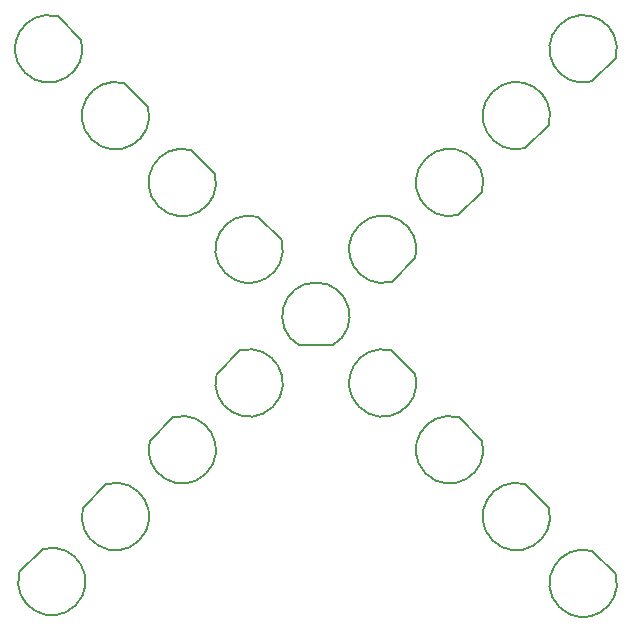
<source format=gbr>
%TF.GenerationSoftware,Altium Limited,Altium Designer,20.1.8 (145)*%
G04 Layer_Color=32768*
%FSLAX45Y45*%
%MOMM*%
%TF.SameCoordinates,793C4F5F-A07E-474B-A886-B682DA88F124*%
%TF.FilePolarity,Positive*%
%TF.FileFunction,Other,Top_Assembly*%
%TF.Part,Single*%
G01*
G75*
%TA.AperFunction,NonConductor*%
%ADD66C,0.20000*%
%ADD67C,0.20320*%
D66*
X2339692Y-1988326D02*
G03*
X2537457Y-2186870I-76951J-274415D01*
G01*
X1774007Y-1422641D02*
G03*
X1971771Y-1621185I-76951J-274415D01*
G01*
X1208321Y-856956D02*
G03*
X1406086Y-1055500I-76951J-274415D01*
G01*
X642636Y-291270D02*
G03*
X840401Y-489814I-76951J-274415D01*
G01*
X139628Y-248453D02*
G03*
X-140604Y-247902I-139628J248453D01*
G01*
X2537156Y2185791D02*
G03*
X2338613Y1988026I-274415J76951D01*
G01*
X1971471Y1620105D02*
G03*
X1772927Y1422341I-274415J76951D01*
G01*
X840100Y488735D02*
G03*
X641557Y290970I-274415J76951D01*
G01*
X1405786Y1054420D02*
G03*
X1207242Y856656I-274415J76951D01*
G01*
X-488735Y840100D02*
G03*
X-290970Y641557I-76951J-274415D01*
G01*
X-2185791Y2537156D02*
G03*
X-1988026Y2338613I-76951J-274415D01*
G01*
X-1620105Y1971471D02*
G03*
X-1422341Y1772927I-76951J-274415D01*
G01*
X-1054420Y1405786D02*
G03*
X-856656Y1207242I-76951J-274415D01*
G01*
X-2510517Y-2170047D02*
G03*
X-2311974Y-1972282I274415J-76951D01*
G01*
X-1971471Y-1620105D02*
G03*
X-1772927Y-1422341I274415J-76951D01*
G01*
X-840100Y-488735D02*
G03*
X-641557Y-290970I274415J-76951D01*
G01*
X-1405786Y-1054420D02*
G03*
X-1207242Y-856656I274415J-76951D01*
G01*
D67*
X2339303Y-1988716D02*
X2537457Y-2186870D01*
X1773617Y-1423030D02*
X1971772Y-1621185D01*
X1207932Y-857345D02*
X1406086Y-1055500D01*
X642247Y-291660D02*
X840401Y-489814D01*
X-140604Y-247902D02*
X139628D01*
X2338613Y1988026D02*
X2536767Y2186180D01*
X1772927Y1422341D02*
X1971082Y1620495D01*
X641557Y290970D02*
X839711Y489124D01*
X1207242Y856655D02*
X1405396Y1054810D01*
X-489124Y839711D02*
X-290970Y641557D01*
X-2186180Y2536767D02*
X-1988026Y2338613D01*
X-1620495Y1971082D02*
X-1422341Y1772927D01*
X-1054810Y1405396D02*
X-856655Y1207242D01*
X-2510128Y-2170436D02*
X-2311974Y-1972282D01*
X-1971082Y-1620495D02*
X-1772927Y-1422341D01*
X-839711Y-489124D02*
X-641557Y-290970D01*
X-1405396Y-1054810D02*
X-1207242Y-856655D01*
%TF.MD5,431f2c4d8f625016652e974fa6ddec03*%
M02*

</source>
